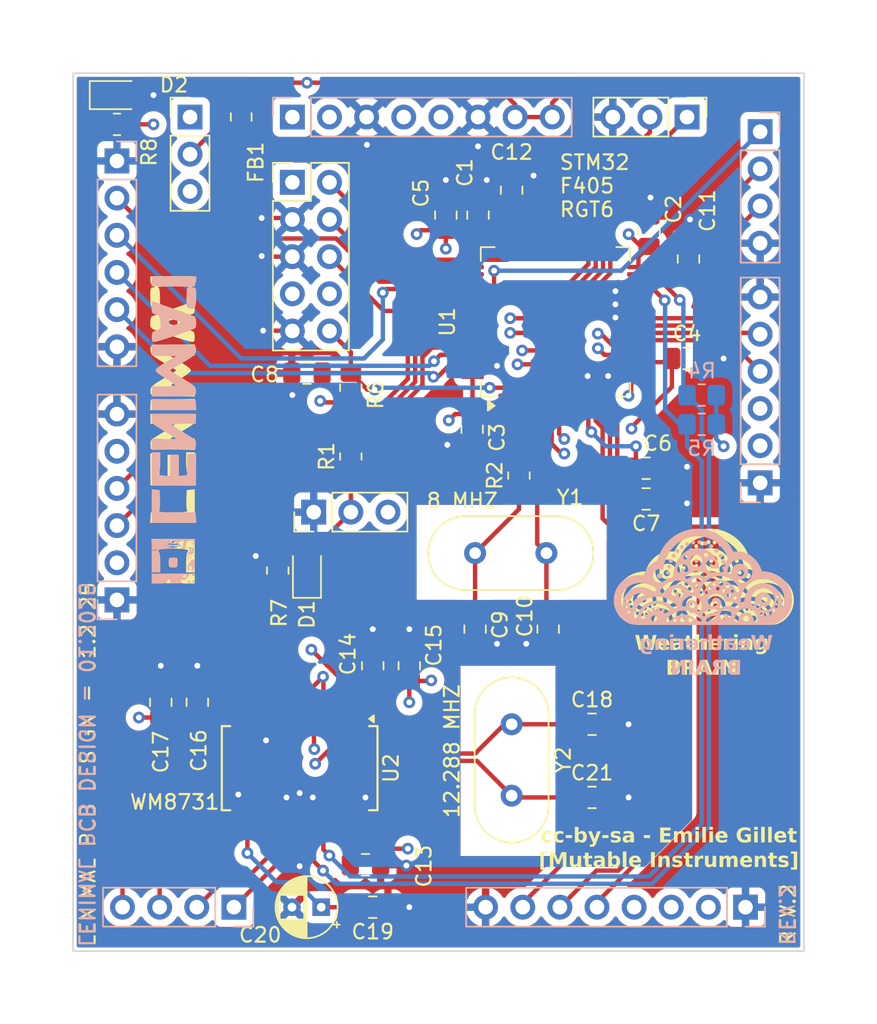
<source format=kicad_pcb>
(kicad_pcb (version 20240108) (generator "pcbnew") (generator_version "8.0")
  (layers (0 "F.Cu" signal) (1 "In1.Cu" signal) (2 "In2.Cu" signal) (31 "B.Cu" signal) (34 "B.Paste" user) (35 "F.Paste" user) (36 "B.SilkS" user "B.Silkscreen") (37 "F.SilkS" user "F.Silkscreen") (38 "B.Mask" user) (39 "F.Mask" user) (44 "Edge.Cuts" user))
  (net 0 "")
  (net 1 "+3.3V")
  (net 2 "GNDREF")
  (net 3 "+3.3VA")
  (net 4 "/STM32/NRST")
  (net 5 "Net-(C9-Pad1)")
  (net 6 "/STM32/VCAP_1")
  (net 7 "/STM32/VCAP_2")
  (net 8 "Net-(U2-XTI{slash}MCLK)")
  (net 9 "Net-(U2-VMID)")
  (net 10 "Net-(U2-XTO)")
  (net 11 "Net-(D1-A)")
  (net 12 "/STM32/RX")
  (net 13 "/STM32/TX")
  (net 14 "/STM32/SWD_CLK")
  (net 15 "/STM32/SWD_IO")
  (net 16 "/STM32/BOOT0")
  (net 17 "/STM32/HSC_IN")
  (net 18 "/STM32/HSC_OUT")
  (net 19 "/STM32/I2C_P")
  (net 20 "/STM32/I2S_SCK")
  (net 21 "/STM32/I2S_LRCK")
  (net 23 "/STM32/SIZE_CV")
  (net 27 "/STM32/TEXTURE_CV")
  (net 28 "/STM32/LED_DATA")
  (net 30 "/STM32/DENSITY_CV")
  (net 31 "/STM32/FREEZE_TRIGGER")
  (net 32 "/STM32/BLEND_CV")
  (net 33 "/STM32/I2S_SIN")
  (net 37 "/STM32/PITCH")
  (net 39 "/STM32/SW_LOAD")
  (net 40 "/STM32/TEXTURE")
  (net 41 "/STM32/POSITION_CV")
  (net 43 "/STM32/PLAY_TRIGGER")
  (net 44 "/STM32/SIZE")
  (net 45 "/STM32/I2C_N")
  (net 46 "/STM32/V_OCT")
  (net 47 "/STM32/BLEND")
  (net 50 "/STM32/LED_ENABLE")
  (net 53 "/STM32/I2S_SOUT")
  (net 54 "Net-(D1-K)")
  (net 56 "/STM32/FREEZE_LED")
  (net 59 "/STM32/SW_MODE")
  (net 60 "/STM32/LED_CLK")
  (net 62 "/audio-codec/L_OUT")
  (net 63 "/audio-codec/R_OUT")
  (net 65 "/audio-codec/L_IN")
  (net 66 "/audio-codec/R_IN")
  (net 74 "/STM32/SW_FREEZE")
  (net 77 "/STM32/SWD_O")
  (net 79 "Net-(J11-Pin_2)")
  (net 80 "Net-(D2-K)")
  (footprint "Capacitor_SMD:C_0805_2012Metric_Pad1.18x1.45mm_HandSolder" (layer "F.Cu") (at 82.5 88 -90)
    (property "Reference" "C10")
    (property "Value" "18pF")
  )
  (footprint "Capacitor_SMD:C_0805_2012Metric_Pad1.18x1.45mm_HandSolder" (layer "F.Cu") (at 89.4 60.8 -90)
    (property "Reference" "C2")
    (property "Value" "100nF")
  )
  (footprint "Capacitor_THT:CP_Radial_D4.0mm_P2.00mm" (layer "F.Cu") (at 66.9726 107 180)
    (property "Reference" "C20")
    (property "Value" "10uF")
  )
  (footprint "Capacitor_SMD:C_0805_2012Metric_Pad1.18x1.45mm_HandSolder" (layer "F.Cu") (at 75.5 59.7 -90)
    (property "Reference" "C5")
    (property "Value" "10uF")
  )
  (footprint "Connector_PinHeader_2.54mm:PinHeader_1x03_P2.54mm_Vertical" (layer "F.Cu") (at 66.46 80 90)
    (property "Reference" "J1" (hide yes))
    (property "Value" "BOOT_RUN")
  )
  (footprint "Package_SO:SSOP-28_5.3x10.2mm_P0.65mm" (layer "F.Cu") (at 65.5 97.5 -90)
    (property "Reference" "U2")
    (property "Value" "WM8731SEDS")
  )
  (footprint "Capacitor_SMD:C_0805_2012Metric_Pad1.18x1.45mm_HandSolder" (layer "F.Cu") (at 89.2 77 180)
    (property "Reference" "C6")
    (property "Value" "100nF")
  )
  (footprint "Capacitor_SMD:C_0805_2012Metric_Pad1.18x1.45mm_HandSolder" (layer "F.Cu") (at 85.5 99.5)
    (property "Reference" "C21")
    (property "Value" "18pF")
  )
  (footprint "synth-gfx:wolkje" (layer "F.Cu") (at 93.7 87.1)
    (property "Reference" "G***")
    (property "Value" "LOGO" (hide yes))
  )
  (footprint "Connector_PinHeader_2.54mm:PinHeader_1x03_P2.54mm_Vertical" (layer "F.Cu") (at 92 53 -90)
    (property "Reference" "J2" (hide yes))
    (property "Value" "UART")
  )
  (footprint "Capacitor_SMD:C_0805_2012Metric_Pad1.18x1.45mm_HandSolder" (layer "F.Cu") (at 77.7 59.7 -90)
    (property "Reference" "C1")
    (property "Value" "100nF")
  )
  (footprint "Resistor_SMD:R_0805_2012Metric_Pad1.20x1.40mm_HandSolder" (layer "F.Cu") (at 69 71.5 -90)
    (property "Reference" "R6")
    (property "Value" "10K")
  )
  (footprint "Capacitor_SMD:C_0805_2012Metric_Pad1.18x1.45mm_HandSolder" (layer "F.Cu") (at 70.5 90.5 -90)
    (property "Reference" "C14")
    (property "Value" "100nF")
  )
  (footprint "Capacitor_SMD:C_0805_2012Metric_Pad1.18x1.45mm_HandSolder" (layer "F.Cu") (at 80 58 90)
    (property "Reference" "C12")
    (property "Value" "2.2uF")
  )
  (footprint "Crystal:Crystal_HC49-U_Vertical" (layer "F.Cu") (at 80 94.5 -90)
    (property "Reference" "Y2")
    (property "Value" "12.288MHZ")
  )
  (footprint "Capacitor_SMD:C_0805_2012Metric_Pad1.18x1.45mm_HandSolder" (layer "F.Cu") (at 70 104.1 180)
    (property "Reference" "C13")
    (property "Value" "100nF")
  )
  (footprint "Synth:lenimal_logo_full" (layer "F.Cu") (at 56.8 74.3 90)
    (property "Reference" "G***" (hide yes))
    (property "Value" "LOGO" (hide yes))
  )
  (footprint "Connector_PinHeader_2.54mm:PinHeader_2x05_P2.54mm_Vertical" (layer "F.Cu") (at 65 57.46)
    (property "Reference" "J13" (hide yes))
    (property "Value" "SWD")
  )
  (footprint "LED_SMD:LED_0805_2012Metric_Pad1.15x1.40mm_HandSolder" (layer "F.Cu") (at 66 84 90)
    (property "Reference" "D1")
    (property "Value" "LED")
  )
  (footprint "Capacitor_SMD:C_0805_2012Metric_Pad1.18x1.45mm_HandSolder" (layer "F.Cu") (at 77.3 74.3375 90)
    (property "Reference" "C3")
    (property "Value" "100nF")
  )
  (footprint "Crystal:Crystal_HC49-U_Vertical" (layer "F.Cu") (at 77.5 82.8)
    (property "Reference" "Y1")
    (property "Value" "8MHZ")
  )
  (footprint "Capacitor_SMD:C_0805_2012Metric_Pad1.18x1.45mm_HandSolder" (layer "F.Cu") (at 58.5 93 -90)
    (property "Reference" "C16")
    (property "Value" "100nF")
  )
  (footprint "Capacitor_SMD:C_0805_2012Metric_Pad1.18x1.45mm_HandSolder" (layer "F.Cu") (at 92 69.5 180)
    (property "Reference" "C4")
    (property "Value" "100nF")
  )
  (footprint "Resistor_SMD:R_0805_2012Metric_Pad1.20x1.40mm_HandSolder" (layer "F.Cu") (at 64 84 90)
    (property "Reference" "R7")
    (property "Value" "1K")
  )
  (footprint "LED_SMD:LED_0805_2012Metric_Pad1.15x1.40mm_HandSolder" (layer "F.Cu") (at 53 51.5)
    (property "Reference" "D2")
    (property "Value" "LED")
  )
  (footprint "Capacitor_SMD:C_0805_2012Metric_Pad1.18x1.45mm_HandSolder" (layer "F.Cu") (at 66 70.5)
    (property "Reference" "C8")
    (property "Value" "100nF")
  )
  (footprint "Resistor_SMD:R_0805_2012Metric_Pad1.20x1.40mm_HandSolder" (layer "F.Cu") (at 80.5 77.5 90)
    (property "Reference" "R2")
    (property "Value" "10R")
  )
  (footprint "Capacitor_SMD:C_0805_2012Metric_Pad1.18x1.45mm_HandSolder" (layer "F.Cu") (at 89.2 79.1 180)
    (property "Reference" "C7")
    (property "Value" "1uF")
  )
  (footprint "Resistor_SMD:R_0805_2012Metric_Pad1.20x1.40mm_HandSolder" (layer "F.Cu") (at 69 76.2 90)
    (property "Reference" "R1")
    (property "Value" "10K")
  )
  (footprint "Capacitor_SMD:C_0805_2012Metric_Pad1.18x1.45mm_HandSolder" (layer "F.Cu") (at 56 93 -90)
    (property "Reference" "C17")
    (property "Value" "10uF")
  )
  (footprint "Capacitor_SMD:C_0805_2012Metric_Pad1.18x1.45mm_HandSolder" (layer "F.Cu") (at 92.1 62.7 90)
    (property "Reference" "C11")
    (property "Value" "2.2uF")
  )
  (footprint "Capacitor_SMD:C_0805_2012Metric_Pad1.18x1.45mm_HandSolder" (layer "F.Cu") (at 77.5 88 -90)
    (property "Reference" "C9")
    (property "Value" "18pF")
  )
  (footprint "Capacitor_SMD:C_0805_2012Metric_Pad1.18x1.45mm_HandSolder" (layer "F.Cu") (at 85.5 94.5)
    (property "Reference" "C18")
    (property "Value" "18pF")
  )
  (footprint "Capacitor_SMD:C_0805_2012Metric_Pad1.18x1.45mm_HandSolder" (layer "F.Cu") (at 73 90.5 -90)
    (property "Reference" "C15")
    (property "Value" "10uF")
  )
  (footprint "Capacitor_SMD:C_0805_2012Metric_Pad1.18x1.45mm_HandSolder" (layer "F.Cu") (at 70.5 107 180)
    (property "Reference" "C19")
    (property "Value" "1uF")
  )
  (footprint "Inductor_SMD:L_0805_2012Metric_Pad1.15x1.40mm_HandSolder" (layer "F.Cu") (at 61.5 53 90)
    (property "Reference" "FB1")
    (property "Value" "120Ω")
  )
  (footprint "Package_QFP:LQFP-64_10x10mm_P0.5mm" (layer "F.Cu") (at 83 67 90)
    (property "Reference" "U1")
    (property "Value" "STM32F405RGT6")
  )
  (footprint "Connector_PinHeader_2.54mm:PinHeader_1x03_P2.54mm_Vertical" (layer "F.Cu") (at 58 53)
    (property "Reference" "J11" (hide yes))
    (property "Value" "V_VA_CONN")
  )
  (footprint "Resistor_SMD:R_0805_2012Metric_Pad1.20x1.40mm_HandSolder" (layer "F.Cu") (at 53 53.5)
    (property "Reference" "R8")
    (property "Value" "330R")
  )
  (footprint "Synth:lenimal_logo_full" (layer "B.Cu") (at 56.9 74.3 90)
    (property "Reference" "G***" (hide yes))
    (property "Value" "LOGO" (hide yes))
  )
  (footprint "Connector_PinHeader_2.54mm:PinHeader_1x06_P2.54mm_Vertical" (layer "B.Cu") (at 53 56 180)
    (property "Reference" "J10" (hide yes))
    (property "Value" "Conn_01x06")
  )
  (footprint "Connector_PinHeader_2.54mm:PinHeader_1x04_P2.54mm_Vertical" (layer "B.Cu") (at 97 54 180)
    (property "Reference" "J5" (hide yes))
    (property "Value" "LED_DRIVER")
  )
  (footprint "Resistor_SMD:R_0805_2012Metric_Pad1.20x1.40mm_HandSolder" (layer "B.Cu") (at 93 74)
    (property "Reference" "R5")
    (property "Value" "2K2")
  )
  (footprint "Resistor_SMD:R_0805_2012Metric_Pad1.20x1.40mm_HandSolder" (layer "B.Cu") (at 93 72 180)
    (property "Reference" "R4")
    (property "Value" "2K2")
  )
  (footprint "Connector_PinHeader_2.54mm:PinHeader_1x06_P2.54mm_Vertical" (layer "B.Cu") (at 53 86)
    (property "Reference" "J9" (hide yes))
    (property "Value" "Conn_01x06")
  )
  (footprint "Connector_PinHeader_2.54mm:PinHeader_1x04_P2.54mm_Vertical" (layer "B.Cu") (at 61 107 90)
    (property "Reference" "J4" (hide yes))
    (property "Value" "AUDIO_IN_OUT")
  )
  (footprint "Connector_PinHeader_2.54mm:PinHeader_1x06_P2.54mm_Vertical" (layer "B.Cu") (at 97 78)
    (property "Reference" "J6" (hide yes))
    (property "Value" "Conn_01x06")
  )
  (footprint "Connector_PinHeader_2.54mm:PinHeader_1x08_P2.54mm_Vertical" (layer "B.Cu") (at 96 107 90)
    (property "Reference" "J8" (hide yes))
    (property "Value" "Conn_01x08")
  )
  (footprint "Connector_PinHeader_2.54mm:PinHeader_1x08_P2.54mm_Vertical" (layer "B.Cu") (at 65 53 -90)
    (property "Reference" "J7" (hide yes))
    (property "Value" "Power")
  )
  (footprint "synth-gfx:wolkje" (layer "B.Cu") (at 92.59514 87.1 180)
    (property "Reference" "G***")
    (property "Value" "LOGO" (hide yes))
  )
  (gr_rect (start 50 50) (end 100 110) (stroke (width 0.1)) (fill none) (layer "Edge.Cuts"))
  (gr_text "REV.2" (at 98.2 109.7 -90) (layer "B.SilkS") (effects (font (size 1 1)) (justify left bottom mirror)))
  (gr_text "BRAIN" (at 93.29514 90.7 -0) (layer "B.SilkS") (effects (font (size 1 1)) (justify mirror)))
  (gr_text "LENIMAL PCB DESIGN - 01.2025" (at 50.3 109.8 -90) (layer "B.SilkS") (effects (font (size 1 1)) (justify left bottom mirror)))
  (gr_text "Weathering" (at 93.29514 89 -0) (layer "B.SilkS") (effects (font (size 1 1)) (justify mirror)))
  (gr_text "BRAIN" (at 93 90.7 0) (layer "F.SilkS") (effects (font (size 1 1))))
  (gr_text "STM32\nF405\nRGT6" (at 83.2 59.9 0) (layer "F.SilkS") (effects (font (size 1 1)) (justify left bottom)))
  (gr_text "12.288 MHZ" (at 76.5 101 90) (layer "F.SilkS") (effects (font (size 1 1)) (justify left bottom)))
  (gr_text "REV.2" (at 99.5 109.7 90) (layer "F.SilkS") (effects (font (size 1 1)) (justify left bottom)))
  (gr_text "LENIMAL PCB DESIGN - 01.2025" (at 51.6 109.8 90) (layer "F.SilkS") (effects (font (size 1 1)) (justify left bottom)))
  (gr_text "8 MHZ" (at 74.1 79.8 0) (layer "F.SilkS") (effects (font (size 1 1)) (justify left bottom)))
  (gr_text "WM8731" (at 53.8 100.4 0) (layer "F.SilkS") (effects (font (size 1 1)) (justify left bottom)))
  (gr_text "cc-by-sa - Emilie Gillet\n[Mutable Instruments]" (at 90.75 103 0) (layer "F.SilkS") (effects (font (size 1 1))))
  (gr_text "Weathering" (at 93 89 0) (layer "F.SilkS") (effects (font (size 1 1))))
  (segment (start 75.7 73.730331) (end 76.130331 73.3) (width 0.3) (layer "F.Cu") (net 1))
  (segment (start 90.9625 71.4375) (end 90.9625 69.5) (width 0.3) (layer "F.Cu") (net 1))
  (segment (start 75.5 60.7375) (end 73.7625 60.7375) (width 0.3) (layer "F.Cu") (net 1))
  (segment (start 72.9 103) (end 70.2 103) (width 0.3) (layer "F.Cu") (net 1))
  (segment (start 70.2 103) (end 69.1 104.1) (width 0.3) (layer "F.Cu") (net 1))
  (segment (start 69.1 104.1) (end 68.9625 104.1) (width 0.3) (layer "F.Cu") (net 1))
  (segment (start 67 72.5) (end 69 72.5) (width 0.3) (layer "F.Cu") (net 1))
  (segment (start 88.675 62.5625) (end 89.4 61.8375) (width 0.3) (layer "F.Cu") (net 1))
  (segment (start 79.25 72.675) (end 77.925 72.675) (width 0.3) (layer "F.Cu") (net 1))
  (segment (start 77.925 72.675) (end 77.3 73.3) (width 0.3) (layer "F.Cu") (net 1))
  (segment (start 69.725 92.3125) (end 70.5 91.5375) (width 0.3) (layer "F.Cu") (net 1))
  (segment (start 70.5 91.5375) (end 73 91.5375) (width 0.3) (layer "F.Cu") (net 1))
  (segment (start 77.3 73.3) (end 77.325 73.275) (width 0.3) (layer "F.Cu") (net 1))
  (segment (start 75.5 60.7375) (end 75.5 62) (width 0.3) (layer "F.Cu") (net 1))
  (segment (start 90.7125 69.75) (end 88.675 69.75) (width 0.3) (layer "F.Cu") (net 1))
  (segment (start 76.130331 73.3) (end 77.3 73.3) (width 0.3) (layer "F.Cu") (net 1))
  (segment (start 69.725 93.9) (end 69.725 92.3125) (width 0.3) (layer "F.Cu") (net 1))
  (segment (start 73 91.5375) (end 73 93) (width 0.3) (layer "F.Cu") (net 1))
  (segment (start 88.2 74.2) (end 90.9625 71.4375) (width 0.3) (layer "F.Cu") (net 1))
  (segment (start 77.7 60.7375) (end 78.6625 60.7375) (width 0.3) (layer "F.Cu") (net 1))
  (segment (start 74.4625 91.5375) (end 74.5 91.5) (width 0.3) (layer "F.Cu") (net 1))
  (segment (start 69.075 103.9875) (end 69.075 101.1) (width 0.3) (layer "F.Cu") (net 1))
  (segment (start 66.9 72.4) (end 67 72.5) (width 0.3) (layer "F.Cu") (net 1))
  (segment (start 73 91.5375) (end 74.4625 91.5375) (width 0.3) (layer "F.Cu") (net 1))
  (segment (start 73.7625 60.7375) (end 73.5 61) (width 0.3) (layer "F.Cu") (net 1))
  (segment (start 55.5 53.5) (end 54 53.5) (width 0.3) (layer "F.Cu") (net 1))
  (segment (start 88.8375 61.8375) (end 89.4 61.8375) (width 0.3) (layer "F.Cu") (net 1))
  (segment (start 88 61) (end 88.8375 61.8375) (width 0.3) (layer "F.Cu") (net 1))
  (segment (start 77.7 60.7375) (end 75.5 60.7375) (width 0.3) (layer "F.Cu") (net 1))
  (segment (start 68.9625 104.1) (end 69.075 103.9875) (width 0.3) (layer "F.Cu") (net 1))
  (segment (start 88.2 74.3) (end 88.2 74.2) (width 0.3) (layer "F.Cu") (net 1))
  (segment (start 77.325 73.275) (end 77.325 70.75) (width 0.3) (layer "F.Cu") (net 1))
  (segment (start 78.6625 60.7375) (end 79.25 61.325) (width 0.3) (layer "F.Cu") (net 1))
  (segment (start 88.675 63.25) (end 88.675 62.5625) (width 0.3) (layer "F.Cu") (net 1))
  (segment (start 90.9625 69.5) (end 90.7125 69.75) (width 0.3) (layer "F.Cu") (net 1))
  (via (at 73 93) (size 0.8) (drill 0.4) (layers "F.Cu" "B.Cu") (net 1))
  (via (at 94.5 75.5) (size 0.8) (drill 0.4) (layers "F.Cu" "B.Cu") (net 1))
  (via (at 75.5 62) (size 0.8) (drill 0.4) (layers "F.Cu" "B.Cu") (net 1))
  (via (at 72.9 103) (size 0.8) (drill 0.4) (layers "F.Cu" "B.Cu") (net 1))
  (via (at 88 61) (size 0.8) (drill 0.4) (layers "F.Cu" "B.Cu") (net 1))
  (via (at 55.5 53.5) (size 0.8) (drill 0.4) (layers "F.Cu" "B.Cu") (net 1))
  (via (at 73.5 61) (size 0.8) (drill 0.4) (layers "F.Cu" "B.Cu") (net 1))
  (via (at 88.2 74.3) (size 0.8) (drill 0.4) (layers "F.Cu" "B.Cu") (net 1))
  (via (at 66.9 72.4) (size 0.8) (drill 0.4) (layers "F.Cu" "B.Cu") (net 1))
  (via (at 74.5 91.5) (size 0.8) (drill 0.4) (layers "F.Cu" "B.Cu") (net 1))
  (via (at 75.7 73.730331) (size 0.8) (drill 0.4) (layers "F.Cu" "B.Cu") (net 1))
  (segment (start 94 75) (end 94 74) (width 0.3) (layer "B.Cu") (net 1))
  (segment (start 94.5 75.5) (end 94 75) (width 0.3) (layer "B.Cu") (net 1))
  (segment (start 94 72) (end 94 74) (width 0.3) (layer "B.Cu") (net 1))
  (segment (start 64.98 67.6) (end 65 67.62) (width 0.3) (layer "F.Cu") (net 2))
  (segment (start 65.825 100.075) (end 66.4 99.5) (width 0.3) (layer "F.Cu") (net 2))
  (segment (start 61.275 99.325) (end 61.3 99.3) (width 0.3) (layer "F.Cu") (net 2))
  (segment (start 63.225 93.9) (end 63.225 95.575) (width 0.3) (layer "F.Cu") (net 2))
  (segment (start 63.225 95.575) (end 63.2 95.6) (width 0.3) (layer "F.Cu") (net 2))
  (segment (start 70 100.825) (end 69.725 101.1) (width 0.3) (layer "F.Cu") (net 2))
  (segment (start 87.45 65.25) (end 87.1 64.9) (width 0.3) (layer "F.Cu") (net 2))
  (segment (start 65.5 101.425) (end 65.825 101.1) (width 0.3) (layer "F.Cu") (net 2))
  (segment (start 87.05 70.25) (end 88.675 70.25) (width 0.3) (layer "F.Cu") (net 2))
  (segment (start 63 67.6) (end 64.98 67.6) (width 0.3) (layer "F.Cu") (net 2))
  (segment (start 65 62.54) (end 62.94 62.54) (width 0.3) (layer "F.Cu") (net 2))
  (segment (start 65.175 100.075) (end 64.6 99.5) (width 0.3) (layer "F.Cu") (net 2))
  (segment (start 65.175 101.1) (end 65.175 100.075) (width 0.3) (layer "F.Cu") (net 2))
  (segment (start 61.275 101.1) (end 61.275 99.325) (width 0.3) (layer "F.Cu") (net 2))
  (segment (start 64.9 59.9) (end 65 60) (width 0.3) (layer "F.Cu") (net 2))
  (segment (start 84.75 71.15) (end 84.75 72.675) (width 0.3) (layer "F.Cu") (net 2))
  (segment (start 77.325 70.25) (end 78.75 70.25) (width 0.3) (layer "F.Cu") (net 2))
  (segment (start 88.675 65.25) (end 87.45 65.25) (width 0.3) (layer "F.Cu") (net 2))
  (segment (start 87.55 66.25) (end 87.1 66.7) (width 0.3) (layer "F.Cu") (net 2))
  (segment (start 78.75 70.25) (end 79 70) (width 0.3) (layer "F.Cu") (net 2))
  (segment (start 70 99.5) (end 70 100.825) (width 0.3) (layer "F.Cu") (net 2))
  (segment (start 65.175 101.1) (end 65.5 101.425) (width 0.3) (layer "F.Cu") (net 2))
  (segment (start 62.9 59.9) (end 64.9 59.9) (width 0.3) (layer "F.Cu") (net 2))
  (segment (start 65.5 104.2) (end 65.5 101.425) (width 0.3) (layer "F.Cu") (net 2))
  (segment (start 62.94 62.54) (end 62.9 62.5) (width 0.3) (layer "F.Cu") (net 2))
  (segment (start 65.825 101.1) (end 65.825 100.075) (width 0.3) (layer "F.Cu") (net 2))
  (segment (start 88.675 66.25) (end 87.55 66.25) (width 0.3) (layer "F.Cu") (net 2))
  (segment (start 85.2 70.7) (end 84.75 71.15) (width 0.3) (layer "F.Cu") (net 2))
  (segment (start 86.6 70.7) (end 87.05 70.25) (width 0.3) (layer "F.Cu") (net 2))
  (via (at 89.5 58.5) (size 0.8) (drill 0.4) (layers "F.Cu" "B.Cu") (net 2))
  (via (at 79 70) (size 0.8) (drill 0.4) (layers "F.Cu" "B.Cu") (net 2))
  (via (at 94.5 69.5) (size 0.8) (drill 0.4) (layers "F.Cu" "B.Cu") (net 2))
  (via (at 87.1 65.8) (size 0.8) (drill 0.4) (layers "F.Cu" "B.Cu") (net 2))
  (via (at 79 89) (size 0.8) (drill 0.4) (layers "F.Cu" "B.Cu") (net 2))
  (via (at 87.1 64.9) (size 0.8) (drill 0.4) (layers "F.Cu" "B.Cu") (net 2))
  (via (at 64.6 99.5) (size 0.8) (drill 0.4) (layers "F.Cu" "B.Cu") (net 2))
  (via (at 58.5 90.5) (size 0.8) (drill 0.4) (layers "F.Cu" "B.Cu") (net 2))
  (via (at 55.5 51.5) (size 0.8) (drill 0.4) (layers "F.Cu" "B.Cu") (net 2))
  (via (at 81.5 57) (size 0.8) (drill 0.4) (layers "F.Cu" "B.Cu") (net 2))
  (via (at 92 79.4) (size 0.8) (drill 0.4) (layers "F.Cu" "B.Cu") (net 2))
  (via (at 87.1 66.7) (size 0.8) (drill 0.4) (layers "F.Cu" "B.Cu") (net 2))
  (via (at 62.5 83) (size 0.8) (drill 0.4) (layers "F.Cu" "B.Cu") (net 2))
  (via (at 63.2 95.6) (size 0.8) (drill 0.4) (layers "F.Cu" "B.Cu") (net 2))
  (via (at 73 107) (size 0.8) (drill 0.4) (layers "F.Cu" "B.Cu") (net 2))
  (via (at 88 94.5) (size 0.8) (drill 0.4) (layers "F.Cu" "B.Cu") (net 2))
  (via (at 65.5 104.2) (size 0.8) (drill 0.4) (layers "F.Cu" "B.Cu") (net 2))
  (via (at 92.2 60) (size 0.8) (drill 0.4) (layers "F.Cu" "B.Cu") (net 2))
  (via (at 85.2 70.7) (size 0.8) (drill 0.4) (layers "F.Cu" "B.Cu") (net 2))
  (via (at 56 90.5) (size 0.8) (drill 0.4) (layers "F.Cu" "B.Cu") (net 2))
  (via (at 81 89) (size 0.8) (drill 0.4) (layers "F.Cu" "B.Cu") (net 2))
  (via (at 70.5 88) (size 0.8) (drill 0.4) (layers "F.Cu" "B.Cu") (net 2))
  (via (at 92 76.9) (size 0.8) (drill 0.4) (layers "F.Cu" "B.Cu") (net 2))
  (via (at 70 99.5) (size 0.8) (drill 0.4) (layers "F.Cu" "B.Cu") (net 2))
  (via (at 78.3 57.3) (size 0.8) (drill 0.4) (layers "F.Cu" "B.Cu") (net 2))
  (via (at 70.1 54.9) (size 0.8) (drill 0.4) (layers "F.Cu" "B.Cu") (net 2))
  (via (at 88 99.5) (size 0.8) (drill 0.4) (layers "F.Cu" "B.Cu") (net 2))
  (via (at 63 67.6) (size 0.8) (drill 0.4) (layers "F.Cu" "B.Cu") (net 2))
  (via (at 65 72) (size 0.8) (drill 0.4) (layers "F.Cu" "B.Cu") (net 2))
  (via (at 77.7 55) (size 0.8) (drill 0.4) (layers "F.Cu" "B.Cu") (net 2))
  (via (at 72.8 104.15) (size 0.8) (drill 0.4) (layers "F.Cu" "B.Cu") (net 2))
  (via (at 66.4 99.5) (size 0.8) (drill 0.4) (layers "F.Cu" "B.Cu") (net 2))
  (via (at 75.5 57.3) (size 0.8) (drill 0.4) (layers "F.Cu" "B.Cu") (net 2))
  (via (at 62.9 62.5) (size 0.8) (drill 0.4) (layers "F.Cu" "B.Cu") (net 2))
  (via (at 61.3 99.3) (size 0.8) (drill 0.4) (layers "F.Cu" "B.Cu") (net 2))
  (via (at 75.6 75.4) (size 0.8) (drill 0.4) (layers "F.Cu" "B.Cu") (net 2))
  (via (at 65.5 99.2) (size 0.8) (drill 0.4) (layers "F.Cu" "B.Cu") (net 2))
  (via (at 62.9 59.9) (size 0.8) (drill 0.4) (layers "F.Cu" "B.Cu") (net 2))
  (via (at 86.6 70.7) (size 0.8) (drill 0.4) (layers "F.Cu" "B.Cu") (net 2))
  (via (at 73 88) (size 0.8) (drill 0.4) (layers "F.Cu" "B.Cu") (net 2))
  (segment (start 66 50.65) (end 62.825 50.65) (width 0.3) (layer "F.Cu") (net 3))
  (segment (start 61 92) (end 64.45 92) (width 0.3) (layer "F.Cu") (net 3))
  (segment (start 80.24 52.14) (end 80.24 53) (width 0.3) (layer "F.Cu") (net 3))
  (segment (start 64.45 92) (end 65.175 92.725) (width 0.3) (layer "F.Cu") (net 3))
  (segment (start 88.5 75.5) (end 88.5 76.6625) (width 0.3) (layer "F.Cu") (net 3))
  (segment (start 85.25 74.320888) (end 85.452056 74.522944) (width 0.3) (layer "F.Cu") (net 3))
  (segment (start 62.825 50.65) (end 61.5 51.975) (width 0.3) (layer "F.Cu") (net 3))
  (segment (start 58.9625 94.0375) (end 61 92) (width 0.3) (layer "F.Cu") (net 3))
  (segment (start 61.1375 94.0375) (end 61.275 93.9) (width 0.3) (layer "F.Cu") (net 3))
  (segment (start 84.4 50.4) (end 82.78 52.02) (width 0.3) (layer "F.Cu") (net 3))
  (segment (start 66 50.65) (end 78.75 50.65) (width 0.3) (layer "F.Cu") (net 3))
  (segment (start 88.1625 77) (end 88.1625 79.1) (width 0.3) (layer "F.Cu") (net 3))
  (segment (start 78.75 50.65) (end 80.24 52.14) (width 0.3) (layer "F.Cu") (net 3))
  (segment (start 82.78 52.02) (end 82.78 53) (width 0.3) (layer "F.Cu") (net 3))
  (segment (start 58.5 94.0375) (end 61.1375 94.0375) (width 0.3) (layer "F.Cu") (net 3))
  (segment (start 97 81) (end 99.6 78.4) (width 0.3) (layer "F.Cu") (net 3))
  (segment (start 90.0625 81) (end 97 81) (width 0.3) (layer "F.Cu") (net 3))
  (segment (start 85.25 72.675) (end 85.25 74.320888) (width 0.3) (layer "F.Cu") (net 3))
  (segment (start 97 50.4) (end 84.4 50.4) (width 0.3) (layer "F.Cu") (net 3))
  (segment (start 65.175 92.725) (end 65.175 93.9) (width 0.3) (layer "F.Cu") (net 3))
  (segment (start 58.5 94.0375) (end 58.9625 94.0375) (width 0.3) (layer "F.Cu") (net 3))
  (segment (start 88.1625 79.1) (end 90.0625 81) (width 0.3) (layer "F.Cu") (net 3))
  (segment (start 58.5 94.0375) (end 56 94.0375) (width 0.3) (layer "F.Cu") (net 3))
  (segment (start 88.5 76.6625) (end 88.1625 77) (width 0.3) (layer "F.Cu") (net 3))
  (segment (start 99.6 53) (end 97 50.4) (width 0.3) (layer "F.Cu") (net 3))
  (segment (start 54.5 94.0375) (end 56 94.0375) (width 0.3) (layer "F.Cu") (net 3))
  (segment (start 99.6 78.4) (end 99.6 53) (width 0.3) (layer "F.Cu") (net 3))
  (segment (start 82.78 53) (end 80.24 53) (width 0.3) (layer "F.Cu") (net 3))
  (via (at 66 50.65) (size 0.8) (drill 0.4) (layers "F.Cu" "B.Cu") (net 3))
  (via (at 88.5 75.5) (size 0.8) (drill 0.4) (layers "F.Cu" "B.Cu") (net 3))
  (via (at 54.5 94.0375) (size 0.8) (drill 0.4) (layers "F.Cu" "B.Cu") (net 3))
  (via (at 85.452056 74.522944) (size 0.8) (drill 0.4) (layers "F.Cu" "B.Cu") (net 3))
  (segment (start 86.429112 75.5) (end 88.5 75.5) (width 0.3) (layer "B.Cu") (net 3))
  (segment (start 85.452056 74.522944) (end 86.429112 75.5) (width 0.3) (layer "B.Cu") (net 3))
  (segment (start 78.5 71.5) (end 81.95312 71.5) (width 0.3) (layer "F.Cu") (net 4))
  (segment (start 81.95312 71.5) (end 82.25 71.79688) (width 0.3) (layer "F.Cu") (net 4))
  (segment (start 82.25 71.79688) (end 82.25 72.675) (width 0.3) (layer "F.Cu") (net 4))
  (segment (start 69 70.5) (end 67.0375 70.5) (width 0.3) (layer "F.Cu") (net 4))
  (segment (start 69 70.5) (end 69 69.08) (width 0.3) (layer "F.Cu") (net 4))
  (segment (start 69 69.08) (end 67.54 67.62) (width 0.3) (layer "F.Cu") (net 4))
  (segment (start 70.126775 71.626775) (end 69 70.5) (width 0.3) (layer "F.Cu") (net 4))
  (segment (start 70.626775 71.626775) (end 70.126775 71.626775) (width 0.3) (layer "F.Cu") (net 4))
  (via (at 78.5 71.5) (size 0.8) (drill 0.4) (layers "F.Cu" "B.Cu") (net 4))
  (via (at 70.626775 71.626775) (size 0.8) (drill 0.4) (layers "F.Cu" "B.Cu") (net 4))
  (segment (start 70.626775 71.626775) (end 70.75355 71.5) (width 0.3) (layer "B.Cu") (net 4))
  (segment (start 70.75355 71.5) (end 78.5 71.5) (width 0.3) (layer "B.Cu") (net 4))
  (segment (start 77.5 82.8) (end 77.5 86.9625) (width 0.3) (layer "F.Cu") (net 5))
  (segment (start 80.5 79.8) (end 77.5 82.8) (width 0.3) (layer "F.Cu") (net 5))
  (segment (start 80.5 78.5) (end 80.5 79.8) (width 0.3) (layer "F.Cu") (net 5))
  (segment (start 92.0875 63.75) (end 88.675 63.75) (width 0.3) (layer "F.Cu") (net 6))
  (segment (start 92.1 63.7375) (end 92.0875 63.75) (width 0.3) (layer "F.Cu") (net 6))
  (segment (start 79.75 59.2875) (end 80 59.0375) (width 0.3) (layer "F.Cu") (net 7))
  (segment (start 79.75 61.325) (end 79.75 59.2875) (width 0.3) (layer "F.Cu") (net 7))
  (segment (start 71.2 96.5) (end 77.5 96.5) (width 0.3) (layer "F.Cu") (net 8))
  (segment (start 84.4625 94.5) (end 80 94.5) (width 0.3) (layer "F.Cu") (net 8))
  (segment (start 67.775 101.1) (end 67.775 99.925) (width 0.3) (layer "F.Cu") (net 8))
  (segment (start 79.5 94.5) (end 80 94.5) (width 0.3) (layer "F.Cu") (net 8))
  (segment (start 77.5 96.5) (end 79.5 94.5) (width 0.3) (layer "F.Cu") (net 8))
  (segment (start 67.775 99.925) (end 71.2 96.5) (width 0.3) (layer "F.Cu") (net 8))
  (segment (start 69.4625 107) (end 66.9726 107) (width 0.3) (layer "F.Cu") (net 9))
  (segment (start 61.925 103.3) (end 61.925 101.1) (width 0.3) (layer "F.Cu") (net 9))
  (via (at 61.925 103.3) (size 0.8) (drill 0.4) (layers "F.Cu" "B.Cu") (net 9))
  (segment (start 61.925 103.3) (end 63.925 105.3) (width 0.3) (layer "B.Cu") (net 9))
  (segment (start 65.2726 105.3) (end 66.9726 107) (width 0.3) (layer "B.Cu") (net 9))
  (segment (start 63.925 105.3) (end 65.2726 105.3) (width 0.3) (layer "B.Cu") (net 9))
  (segment (start 68.425 100.014339) (end 71.439339 97) (width 0.3) (layer "F.Cu") (net 10))
  (segment (start 80.12 99.5) (end 80 99.38) (width 0.3) (layer "F.Cu") (net 10))
  (segment (start 68.425 101.1) (end 68.425 100.014339) (width 0.3) (layer "F.Cu") (net 10))
  (segment (start 84.4625 99.5) (end 80.12 99.5) (width 0.3) (layer "F.Cu") (net 10))
  (segment (start 77.62 97) (end 80 99.38) (width 0.3) (layer "F.Cu") (net 10))
  (segment (start 71.439339 97) (end 77.62 97) (width 0.3) (layer "F.Cu") (net 10))
  (segment (start 66 82.975) (end 66.025 82.975) (width 0.3) (layer "F.Cu") (net 11))
  (segment (start 69 77.2) (end 69 80) (width 0.3) (layer "F.Cu") (net 11))
  (segment (start 66.025 82.975) (end 69 80) (width 0.3) (layer "F.Cu") (net 11))
  (segment (start 88.1 55.4) (end 89.46 54.04) (width 0.3) (layer "F.Cu") (net 12))
  (segment (start 81.75 61.325) (end 81.75 58.15) (width 0.3) (layer "F.Cu") (net 12))
  (segment (start 84.5 55.4) (end 88.1 55.4) (width 0.3) (layer "F.Cu") (net 12))
  (segment (start 81.75 58.15) (end 84.5 55.4) (width 0.3) (layer "F.Cu") (net 12))
  (segment (start 89.46 54.04) (end 89.46 53) (width 0.3) (layer "F.Cu") (net 12))
  (segment (start 89.1 55.9) (end 92 53) (width 0.3) (layer "F.Cu") (net 13))
  (segment (start 82.25 58.357106) (end 84.707106 55.9) (width 0.3) (layer "F.Cu") (net 13))
  (segment (start 82.25 61.325) (end 82.25 58.357106) (width 0.3) (layer "F.Cu") (net 13))
  (segment (start 84.707106 55.9) (end 89.1 55.9) (width 0.3) (layer "F.Cu") (net 13))
  (segment (start 70.79 63.25) (end 67.54 60) (width 0.3) (layer "F.Cu") (net 14))
  (segment (start 77.325 63.25) (end 70.79 63.25) (width 0.3) (layer "F.Cu") (net 14))
  (segment (start 79.70312 62.75) (end 72.83 62.75) (width 0.3) (layer "F.Cu") (net 15))
  (segment (start 80.25 61.325) (end 80.25 62.20312) (width 0.3) (layer "F.Cu") (net 15))
  (segment (start 80.25 62.20312) (end 79.70312 62.75) (width 0.3) (layer "F.Cu") (net 15))
  (segment (start 72.83 62.75) (end 67.54 57.46) (width 0.3) (layer "F.Cu") (net 15))
  (segment (start 74.564212 68.75) (end 77.325 68.75) (width 0.3) (layer "F.Cu") (net 16))
  (segment (start 69 75.2) (end 70.007106 75.2) (width 0.3) (layer "F.Cu") (net 16))
  (segment (start 73.9 69.414212) (end 74.564212 68.75) (width 0.3) (layer "F.Cu") (net 16))
  (segment (start 70.007106 75.2) (end 73.9 71.307106) (width 0.3) (layer "F.Cu") (net 16))
  (segment (start 73.9 71.307106) (end 73.9 69.414212) (width 0.3) (layer "F.Cu") (net 16))
  (segment (start 81.25 72.675) (end 81.25 75.75) (width 0.3) (layer "F.Cu") (net 17))
  (segment (start 81.25 75.75) (end 80.5 76.5) (width 0.3) (layer "F.Cu") (net 17))
  (segment (start 82.38 86.8425) (end 82.5 86.9625) (width 0.3) (layer "F.Cu") (net 18))
  (segment (start 81.75 82.17) (end 82.38 82.8) (width 0.3) (layer "F.Cu") (net 18))
  (segment (start 81.75 72.675) (end 81.75 82.17) (width 0.3) (layer "F.Cu") (net 18))
  (segment (start 82.38 82.8) (end 82.38 86.8425) (width 0.3) (layer "F.Cu") (net 18))
  (segment (start 66.475 103.875) (end 66.475 101.1) (width 0.3) (layer "F.Cu") (net 19))
  (segment (start 91.5 65.5) (end 90.25 64.25) (width 0.3) (layer "F.Cu") (net 19))
  (segment (start 90.25 64.25) (end 88.675 64.25) (width 0.3) (layer "F.Cu") (net 19))
  (segment (start 67.1 104.5) (end 66.475 103.875) (width 0.3) (layer "F.Cu") (net 19))
  (via (at 67.1 104.5) (size 0.8) (drill 0.4) (layers "F.Cu" "B.Cu") (net 19))
  (via (at 91.5 65.5) (size 0.8) (drill 0.4) (layers "F.Cu" "B.Cu") (net 19))
  (segment (start 91.75 65.75) (end 91.5 65.5) (width 0.3) (layer "B.Cu") (net 19))
  (segment (start 93 73) (end 92 72) (width 0.3) (layer "B.Cu") (net 19))
  (segment (start 92 72) (end 91.75 71.75) (width 0.3) (layer "B.Cu") (net 19))
  (segment (start 93 74.939339) (end 93 73) (width 0.3) (layer "B.Cu") (net 19))
  (segment (start 93.5 101.5) (end 93.5 75.439339) (width 0.3) (layer "B.Cu") (net 19))
  (segment (start 93.5 75.439339) (end 93 74.939339) (width 0.3) (layer "B.Cu") (net 19))
  (segment (start 68 105.4) (end 89.6 105.4) (width 0.3) (layer "B.Cu") (net 19))
  (segment (start 67.1 104.5) (end 68 105.4) (width 0.3) (layer "B.Cu") (net 19))
  (segment (start 91.75 71.75) (end 91.75 65.75) (width 0.3) (layer "B.Cu") (net 19))
  (segment (start 89.6 105.4) (end 93.5 101.5) (width 0.3) (layer "B.Cu") (net 19))
  (segment (start 82.341579 68.951315) (end 85.2 66.092894) (width 0.3) (layer "F.Cu") (net 20))
  (segment (start 67.4 90.5) (end 67.410661 90.5) (width 0.3) (layer "F.Cu") (net 20))
  (segment (start 68.425 91.514339) (end 68.425 93.9) (width 0.3) (layer "F.Cu") (net 20))
  (segment (start 86.25 63.464212) (end 86.25 61.325) (width 0.3) (layer "F.Cu") (net 20))
  (segment (start 85.2 64.514212) (end 86.25 63.464212) (width 0.3) (layer "F.Cu") (net 20))
  (segment (start 85.2 66.092894) (end 85.2 64.514212) (width 0.3) (layer "F.Cu") (net 20))
  (segment (start 66.3 89.4) (end 67.4 90.5) (width 0.3) (layer "F.Cu") (net 20))
  (segment (start 67.410661 90.5) (end 68.425 91.514339) (width 0.3) (layer "F.Cu") (net 20))
  (segment (start 80.716228 68.951315) (end 82.341579 68.951315) (width 0.3) (layer "F.Cu") (net 20))
  (via (at 80.716228 68.951315) (size 0.8) (drill 0.4) (layers "F.Cu" "B.Cu") (net 20))
  (via (at 66.3 89.4) (size 0.8) (drill 0.4) (layers "F.Cu" "B.Cu") (net 20))
  (segment (start 65.825 92.525) (end 67.1 91.25) (width 0.3) (layer "F.Cu") (net 21))
  (segment (start 85.7 66.3) (end 85.7 64.721318) (width 0.3) (layer "F.Cu") (net 21))
  (segment (start 65.825 93.9) (end 65.825 92.525) (width 0.3) (layer "F.Cu") (net 21))
  (segment (start 86.75 63.671318) (end 86.75 61.325) (width 0.3) (layer "F.Cu") (net 21))
  (segment (start 82.1 69.9) (end 85.7 66.3) (width 0.3) (layer "F.Cu") (net 21))
  (segment (start 67.125 91.275) (end 67.1 91.25) (width 0.3) (layer "F.Cu") (net 21))
  (segment (start 85.7 64.721318) (end 86.75 63.671318) (width 0.3) (layer "F.Cu") (net 21))
  (segment (start 80.4 69.9) (end 82.1 69.9) (width 0.3) (layer "F.Cu") (net 21))
  (segment (start 67.125 93.9) (end 67.125 91.275) (width 0.3) (layer "F.Cu") (net 21))
  (via (at 67.1 91.25) (size 0.8) (drill 0.4) (layers "F.Cu" "B.Cu") (net 21))
  (via (at 80.4 69.9) (size 0.8) (drill 0.4) (layers "F.Cu" "B.Cu") (net 21))
  (segment (start 86.725 80.225) (end 91.207107 84.707106) (width 0.3) (layer "F.Cu") (net 23))
  (segment (start 87.292894 104.5) (end 85.8 104.5) (width 0.3) (layer "F.Cu") (net 23))
  (segment (start 86.725 74.02812) (end 86.725 80.225) (width 0.3) (layer "F.Cu") (net 23))
  (segment (start 86.25 73.55312) (end 86.725 74.02812) (width 0.3) (layer "F.Cu") (net 23))
  (segment (start 91.207107 84.707106) (end 91.5 84.999999) (width 0.3) (layer "F.Cu") (net 23))
  (segment (start 85.8 104.5) (end 83.3 107) (width 0.3) (layer "F.Cu") (net 23))
  (segment (start 91.5 100.292894) (end 87.292894 104.5) (width 0.3) (layer "F.Cu") (net 23))
  (segment (start 91.5 84.999999) (end 91.5 100.292894) (width 0.3) (layer "F.Cu") (net 23))
  (segment (start 86.25 72.675) (end 86.25 73.55312) (width 0.3) (layer "F.Cu") (net 23))
  (segment (start 80.76 107) (end 80.76 106.74) (width 0.3) (layer "F.Cu") (net 27))
  (segment (start 86.225 80.432106) (end 86.225 74.235227) (width 0.3) (layer "F.Cu") (net 27))
  (segment (start 85.75 73.760227) (end 85.75 72.675) (width 0.3) (layer "F.Cu") (net 27))
  (segment (start 87.085788 104) (end 91 100.085788) (width 0.3) (layer "F.Cu") (net 27))
  (segment (start 91 100.085788) (end 91 85.207106) (width 0.3) (layer "F.Cu") (net 27))
  (segment (start 86.225 74.235227) (end 85.75 73.760227) (width 0.3) (layer "F.Cu") (net 27))
  (segment (start 83.5 104) (end 87.085788 104) (width 0.3) (layer "F.Cu") (net 27))
  (segment (start 91 85.207106) (end 86.225 80.432106) (width 0.3) (layer "F.Cu") (net 27))
  (segment (start 80.76 106.74) (end 83.5 104) (width 0.3) (layer "F.Cu") (net 27))
  (segment (start 77.325 67.25) (end 78.20312 67.25) (width 0.3) (layer "F.Cu") (net 28))
  (segment (start 78.20312 67.25) (end 78.8 66.65312) (width 0.3) (layer "F.Cu") (net 28))
  (segment (start 78.8 66.65312) (end 78.8 63.5) (width 0.3) (layer "F.Cu") (net 28))
  (via (at 78.8 63.5) (size 0.8) (drill 0.4) (layers "F.Cu" "B.Cu") (net 28))
  (segment (start 87.5 63.5) (end 97 54) (width 0.3) (layer "B.Cu") (net 28))
  (segment (start 78.8 63.5) (end 87.5 63.5) (width 0.3) (layer "B.Cu") (net 28))
  (segment (start 88.175 71.25) (end 88.675 70.75) (width 0.3) (layer "F.Cu") (net 30))
  (segment (start 88 72.05) (end 88.175 71.875) (width 0.3) (layer "F.Cu") (net 30))
  (segment (start 88.175 71.875) (end 88.175 71.25) (width 0.3) (layer "F.Cu") (net 30))
  (via (at 88 72.05) (size 0.8) (drill 0.4) (layers "F.Cu" "B.Cu") (net 30))
  (segment (start 73.4 71.1) (end 70.4 74.1) (width 0.3) (layer "F.Cu") (net 31))
  (segment (start 73.4 69.207106) (end 73.4 71.1) (width 0.3) (layer "F.Cu") (net 31))
  (segment (start 59.82 74.1) (end 53 80.92) (width 0.3) (layer "F.Cu") (net 31))
  (segment (start 70.4 74.1) (end 59.82 74.1) (width 0.3) (layer "F.Cu") (net 31))
  (segment (start 74.357106 68.25) (end 73.4 69.207106) (width 0.3) (layer "F.Cu") (net 31))
  (segment (start 77.325 68.25) (end 74.357106 68.25) (width 0.3) (layer "F.Cu") (net 31))
  (segment (start 86.1 67.8) (end 87.05 68.75) (width 0.3) (layer "F.Cu") (net 32))
  (segment (start 85.9 67.8) (end 86.1 67.8) (width 0.3) (layer "F.Cu") (net 32))
  (segment (start 87.05 68.75) (end 88.675 68.75) (width 0.3) (layer "F.Cu") (net 32))
  (via (at 85.9 67.8) (size 0.8) (drill 0.4) (layers "F.Cu" "B.Cu") (net 32))
  (segment (start 84.6 64.407106) (end 85.457106 63.55) (width 0.3) (layer "F.Cu") (net 33))
  (segment (start 79.9 67.75) (end 82.835788 67.75) (width 0.3) (layer "F.Cu") (net 33))
  (segment (start 82.835788 67.75) (end 84.6 65.985788) (width 0.3) (layer "F.Cu") (net 33))
  (segment (start 66.475 93.9) (end 66.475 96.175) (width 0.3) (layer "F.Cu") (net 33))
  (segment (start 85.75 63.257107) (end 85.75 61.325) (width 0.3) (layer "F.Cu") (net 33))
  (segment (start 85.457107 63.55) (end 85.75 63.257107) (width 0.3) (layer "F.Cu") (net 33))
  (segment (start 84.6 65.985788) (end 84.6 64.407106) (width 0.3) (layer "F.Cu") (net 33))
  (segment (start 85.457106 63.55) (end 85.457107 63.55) (width 0.3) (layer "F.Cu") (net 33))
  (segment (start 66.475 96.175) (end 66.5 96.2) (width 0.3) (layer "F.Cu") (net 33))
  (via (at 79.9 67.75) (size 0.8) (drill 0.4) (layers "F.Cu" "B.Cu") (net 33))
  (via (at 66.5 96.2) (size 0.8) (drill 0.4) (layers "F.Cu" "B.Cu") (net 33))
  (segment (start 83.6 74.999997) (end 83.25 74.649997) (width 0.3) (layer "F.Cu") (net 37))
  (segment (start 83.25 74.649997) (end 83.25 72.675) (width 0.3) (layer "F.Cu") (net 37))
  (via (at 83.6 74.999997) (size 0.8) (drill 0.4) (layers "F.Cu" "B.Cu") (net 37))
  (segment (start 55.76 61.3) (end 53 58.54) (width 0.3) (layer "F.Cu") (net 39))
  (segment (start 77.325 64.25) (end 70.947057 64.25) (width 0.3) (layer "F.Cu") (net 39))
  (segment (start 67.997057 61.3) (end 55.76 61.3) (width 0.3) (layer "F.Cu") (net 39))
  (segment (start 70.947057 64.25) (end 67.997057 61.3) (width 0.3) (layer "F.Cu") (net 39))
  (segment (start 88.675 68.25) (end 94.87 68.25) (width 0.3) (layer "F.Cu") (net 40))
  (segment (start 94.87 68.25) (end 97 70.38) (width 0.3) (layer "F.Cu") (net 40))
  (segment (start 87.225 73.7) (end 87.225 79.830456) (width 0.3) (layer "F.Cu") (net 41))
  (segment (start 92 100.5) (end 85.84 106.66) (width 0.3) (layer "F.Cu") (net 41))
  (segment (start 87.5 73.425) (end 87.225 73.7) (width 0.3) (layer "F.Cu") (net 41))
  (segment (start 87.225 79.830456) (end 92 84.605456) (width 0.3) (layer "F.Cu") (net 41))
  (segment (start 85.84 106.66) (end 85.84 107) (width 0.3) (layer "F.Cu") (net 41))
  (segment (start 92 84.605456) (end 92 100.5) (width 0.3) (layer "F.Cu") (net 41))
  (segment (start 86.75 72.675) (end 87.5 73.425) (width 0.3) (layer "F.Cu") (net 41))
  (segment (start 70.192894 73.6) (end 57.78 73.6) (width 0.3) (layer "F.Cu") (net 43))
  (segment (start 72.9 69) (end 72.9 70.892894) (width 0.3) (layer "F.Cu") (net 43))
  (segment (start 74.15 67.75) (end 72.9 69) (width 0.3) (layer "F.Cu") (net 43))
  (segment (start 57.78 73.6) (end 53 78.38) (width 0.3) (layer "F.Cu") (net 43))
  (segment (start 72.9 70.892894) (end 70.192894 73.6) (width 0.3) (layer "F.Cu") (net 43))
  (segment (start 77.325 67.75) (end 74.15 67.75) (width 0.3) (layer "F.Cu") (net 43))
  (segment (start 82.743183 75.343183) (end 82.743183 73.71527) (width 0.3) (layer "F.Cu") (net 44))
  (segment (start 82.75 73.708453) (end 82.75 72.675) (width 0.3) (layer "F.Cu") (net 44))
  (segment (start 83.4 76) (end 82.743183 75.343183) (width 0.3) (layer "F.Cu") (net 44))
  (segment (start 83.6 76) (end 83.4 76) (width 0.3) (layer "F.Cu") (net 44))
  (segment (start 82.743183 73.71527) (end 82.75 73.708453) (width 0.3) (layer "F.Cu") (net 44))
  (via (at 83.6 76) (size 0.8) (drill 0.4) (layers "F.Cu" "B.Cu") (net 44))
  (segment (start 88.675 64.75) (end 89.689338 64.75) (width 0.3) (layer "F.Cu") (net 45))
  (segment (start 67.125 103.064338) (end 67.530331 103.469669) (width 0.3) (layer "F.Cu") (net 45))
  (segment (start 89.689338 64.75) (end 90.469669 65.530331) (width 0.3) (layer "F.Cu") (net 45))
  (segment (start 67.125 101.1) (end 67.125 103.064338) (width 0.3) (layer "F.Cu") (net 45))
  (via (at 90.469669 65.530331) (size 0.8) (drill 0.4) (layers "F.Cu" "B.Cu") (net 45))
  (via (at 67.530331 103.469669) (size 0.8) (drill 0.4) (layers "F.Cu" "B.Cu") (net 45))
  (segment (start 93 101.292894) (end 93 76.5) (width 0.3) (layer "B.Cu") (net 45))
  (segment (start 90.469669 65.530331) (end 90.5 65.560662) (width 0.3) (layer "B.Cu") (net 45))
  (segment (start 67.530331 103.469669) (end 68.960662 104.9) (width 0.3) (layer "B.Cu") (net 45))
  (segment (start 92 75.5) (end 92 74) (width 0.3) (layer "B.Cu") (net 45))
  (segment (start 93 76.5) (end 92 75.5) (width 0.3) (layer "B.Cu") (net 45))
  (segment (start 91.5 74) (end 92 74) (width 0.3) (layer "B.Cu") (net 45))
  (segment (start 89.392894 104.9) (end 93 101.292894) (width 0.3) (layer "B.Cu") (net 45))
  (segment (start 68.960662 104.9) (end 89.392894 104.9) (width 0.3) (layer "B.Cu") (net 45))
  (segment (start 90.5 65.560662) (end 90.5 73) (width 0.3) (layer "B.Cu") (net 45))
  (segment (start 90.5 73) (end 91.5 74) (width 0.3) (layer "B.Cu") (net 45))
  (segment (start 85.9 68.8) (end 86.35 69.25) (width 0.3) (layer "F.Cu") (net 46))
  (segment (start 86.35 69.25) (end 88.675 69.25) (width 0.3) (layer "F.Cu") (net 46))
  (via (at 85.9 68.8) (size 0.8) (drill 0.4) (layers "F.Cu" "B.Cu") (net 46))
  (segment (start 88.675 67.75) (end 96.91 67.75) (width 0.3) (layer "F.Cu") (net 47))
  (segment (start 96.91 67.75) (end 97 67.84) (width 0.3) (layer "F.Cu") (net 47))
  (segment (start 95.5 64.912562) (end 95.5 60.58) (width 0.3) (layer "F.Cu") (net 50))
  (segment (start 95.5 60.58) (end 97 59.08) (width 0.3) (layer "F.Cu") (net 50))
  (segment (start 88.675 67.25) (end 93.162562 67.25) (width 0.3) (layer "F.Cu") (net 50))
  (segment (start 93.162562 67.25) (end 95.5 64.912562) (width 0.3) (layer "F.Cu") (net 50))
  (segment (start 85.25 63.05) (end 85.25 61.325) (width 0.3) (layer "F.Cu") (net 53))
  (segment (start 84 65.878682) (end 84 64.3) (width 0.3) (layer "F.Cu") (net 53))
  (segment (start 79.9 66.749997) (end 83.128685 66.749997) (width 0.3) (layer "F.Cu") (net 53))
  (segment (start 84 64.3) (end 85.25 63.05) (width 0.3) (layer "F.Cu") (net 53))
  (segment (start 66.560658 97.200003) (end 67.775 95.985661) (width 0.3) (layer "F.Cu") (net 53))
  (segment (start 67.775 95.985661) (end 67.775 93.9) (width 0.3) (layer "F.Cu") (net 53))
  (segment (start 83.128685 66.749997) (end 84 65.878682) (width 0.3) (layer "F.Cu") (net 53))
  (via (at 66.560658 97.200003) (size 0.8) (drill 0.4) (layers "F.Cu" "B.Cu") (net 53))
  (via (at 79.9 66.749997) (size 0.8) (drill 0.4) (layers "F.Cu" "B.Cu") (net 53))
  (segment (start 66 85.025) (end 64.025 85.025) (width 0.3) (layer "F.Cu") (net 54))
  (segment (start 64.025 85.025) (end 64 85) (width 0.3) (layer "F.Cu") (net 54))
  (segment (start 74.65 70.75) (end 74.95 70.75) (width 0.3) (layer "F.Cu") (net 56))
  (segment (start 74.95 70.75) (end 75.95 69.75) (width 0.3) (layer "F.Cu") (net 56))
  (segment (start 75.95 69.75) (end 77.325 69.75) (width 0.3) (layer "F.Cu") (net 56))
  (via (at 74.65 70.75) (size 0.8) (drill 0.4) (layers "F.Cu" "B.Cu") (net 56))
  (segment (start 74.65 70.75) (end 74.4 70.5) (width 0.3) (layer "B.Cu") (net 56))
  (segment (start 74.4 70.5) (end 57.34 70.5) (width 0.3) (layer "B.Cu") (net 56))
  (segment (start 57.34 70.5) (end 53 66.16) (width 0.3) (layer "B.Cu") (net 56))
  (segment (start 71.438404 64.75) (end 71.188404 65) (width 0.3) (layer "F.Cu") (net 59))
  (segment (start 77.325 64.75) (end 71.438404 64.75) (width 0.3) (layer "F.Cu") (net 59))
  (via (at 71.188404 65) (size 0.8) (drill 0.4) (layers "F.Cu" "B.Cu") (net 59))
  (segment (start 53.08 61.08) (end 53 61.08) (width 0.3) (layer "B.Cu") (net 59))
  (segment (start 71.188404 68.211596) (end 69.9 69.5) (width 0.3) (layer "B.Cu") (net 59))
  (segment (start 61.5 69.5) (end 53.08 61.08) (width 0.3) (layer "B.Cu") (net 59))
  (segment (start 69.9 69.5) (end 61.5 69.5) (width 0.3) (layer "B.Cu") (net 59))
  (segment (start 71.188404 65) (end 71.188404 68.211596) (width 0.3) (layer "B.Cu") (net 59))
  (segment (start 95 64.705456) (end 95 58.54) (width 0.3) (layer "F.Cu") (net 60))
  (segment (start 88.675 66.75) (end 92.955456 66.75) (width 0.3) (layer "F.Cu") (net 60))
  (segment (start 95 58.54) (end 97 56.54) (width 0.3) (layer "F.Cu") (net 60))
  (segment (start 92.955456 66.75) (end 95 64.705456) (width 0.3) (layer "F.Cu") (net 60))
  (segment (start 62.575 93.9) (end 62.575 95.132106) (width 0.3) (layer "F.Cu") (net 62))
  (segment (start 55.92 101.787106) (end 55.92 107) (width 0.3) (layer "F.Cu") (net 62))
  (segment (start 62.575 95.132106) (end 55.92 101.787106) (width 0.3) (layer "F.Cu") (net 62))
  (segment (start 61.925 93.9) (end 61.925 95.075) (width 0.3) (layer "F.Cu") (net 63))
  (segment (start 61.925 95.075) (end 53.38 103.62) (width 0.3) (layer "F.Cu") (net 63))
  (segment (start 53.38 103.62) (end 53.38 107) (width 0.3) (layer "F.Cu") (net 63))
  (segment (start 64.525 101.1) (end 64.525 103.475) (width 0.3) (layer "F.Cu") (net 65))
  (segment (start 64.525 103.475) (end 61 107) (width 0.3) (layer "F.Cu") (net 65))
  (segment (start 63.875 103.025) (end 61.8 105.1) (width 0.3) (layer "F.Cu") (net 66))
  (segment (start 63.875 101.1) (end 63.875 103.025) (width 0.3) (layer "F.Cu") (net 66))
  (segment (start 61.8 105.1) (end 60.36 105.1) (width 0.3) (layer "F.Cu") (net 66))
  (segment (start 60.36 105.1) (end 58.46 107) (width 0.3) (layer "F.Cu") (net 66))
  (segment (start 75.124873 69.25) (end 77.325 69.25) (width 0.3) (layer "F.Cu") (net 74))
  (segment (start 74.688946 69.685927) (end 75.124873 69.25) (width 0.3) (layer "F.Cu") (net 74))
  (via (at 74.688946 69.685927) (size 0.8) (drill 0.4) (layers "F.Cu" "B.Cu") (net 74))
  (segment (start 74.374873 70) (end 59.38 70) (width 0.3) (layer "B.Cu") (net 74))
  (segment (start 74.688946 69.685927) (end 74.374873 70) (width 0.3) (layer "B.Cu") (net 74))
  (segment (start 59.38 70) (end 53 63.62) (width 0.3) (layer "B.Cu") (net 74))
  (segment (start 77.325 66.25) (end 71.25 66.25) (width 0.3) (layer "F.Cu") (net 77))
  (segment (start 71.25 66.25) (end 67.54 62.54) (width 0.3) (layer "F.Cu") (net 77))
  (segment (start 59.515 54.025) (end 58 55.54) (width 0.3) (layer "F.Cu") (net 79))
  (segment (start 61.5 54.025) (end 59.515 54.025) (width 0.3) (layer "F.Cu") (net 79))
  (segment (start 51.975 51.5) (end 51.975 53.475) (width 0.3) (layer "F.Cu") (net 80))
  (segment (start 51.975 53.475) (end 52 53.5) (width 0.3) (layer "F.Cu") (net 80))
  (zone (net 0) (net_name "") (layer "F.Cu") (connect_pads (clearance 0)) (min_thickness 0.25)
    (keepout (tracks allowed) (vias allowed) (pads allowed) (copperpour not_allowed) (footprints allowed))
    (fill (thermal_gap 0.5) (thermal_bridge_width 0.5))
    (polygon (pts (xy 76.5 103.5) (xy 76.5 90.5) (xy 83 90.5) (xy 83 103.5)))
  )
  (zone (net 0) (net_name "") (layer "F.Cu") (connect_pads (clearance 0)) (min_thickness 0.25)
    (keepout (tracks allowed) (vias allowed) (pads allowed) (copperpour not_allowed) (footprints allowed))
    (fill (thermal_gap 0.5) (thermal_bridge_width 0.5))
    (polygon (pts (xy 73.5 79.5) (xy 86.5 79.5) (xy 86.5 86) (xy 73.5 86)))
  )
  (zone (net 2) (net_name "GNDREF") (layer "F.Cu") (priority 2) (connect_pads (clearance 0.5)) (min_thickness 0.25) (fill yes (thermal_gap 0.5) (thermal_bridge_width 0.5))
    (polygon (pts (xy 45 45) (xy 105 45) (xy 105 115) (xy 45 115)))
  )
  (zone (net 0) (net_name "") (layer "B.Cu") (connect_pads (clearance 0)) (min_thickness 0.25)
    (keepout (tracks allowed) (vias allowed) (pads allowed) (copperpour not_allowed) (footprints allowed))
    (fill (thermal_gap 0.5) (thermal_bridge_width 0.5))
    (polygon (pts (xy 76.5 103.5) (xy 76.5 90.5) (xy 83 90.5) (xy 83 103.5)))
  )
  (zone (net 0) (net_name "") (layer "B.Cu") (connect_pads (clearance 0)) (min_thickness 0.25)
    (keepout (tracks allowed) (vias allowed) (pads allowed) (copperpour not_allowed) (footprints allowed))
    (fill (thermal_gap 0.5) (thermal_bridge_width 0.5))
    (polygon (pts (xy 73.5 79.5) (xy 86.5 79.5) (xy 86.5 86) (xy 73.5 86)))
  )
  (zone (net 2) (net_name "GNDREF") (layer "B.Cu") (priority 3) (connect_pads (clearance 0.5)) (min_thickness 0.25) (fill yes (thermal_gap 0.5) (thermal_bridge_width 0.5))
    (polygon (pts (xy 45 45) (xy 105 45) (xy 105 115) (xy 45 115)))
  )
)
</source>
